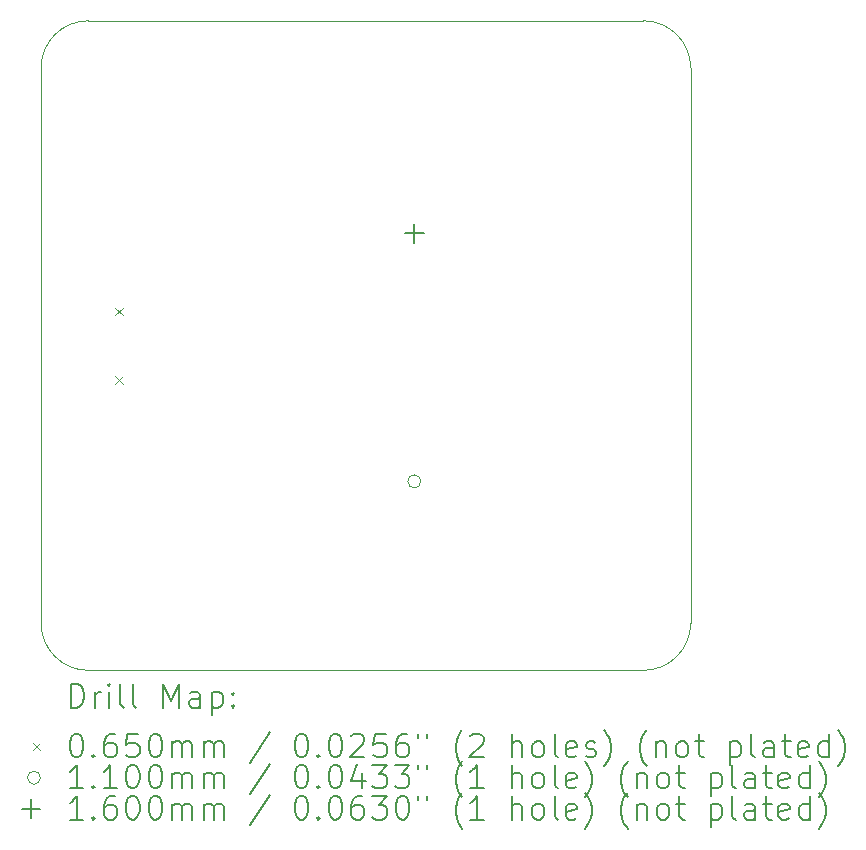
<source format=gbr>
%FSLAX45Y45*%
G04 Gerber Fmt 4.5, Leading zero omitted, Abs format (unit mm)*
G04 Created by KiCad (PCBNEW (6.0.5)) date 2024-08-03 11:58:11*
%MOMM*%
%LPD*%
G01*
G04 APERTURE LIST*
%TA.AperFunction,Profile*%
%ADD10C,0.100000*%
%TD*%
%ADD11C,0.200000*%
%ADD12C,0.065000*%
%ADD13C,0.110000*%
%ADD14C,0.160000*%
G04 APERTURE END LIST*
D10*
X17200000Y-11800000D02*
G75*
G03*
X17600000Y-11400000I0J400000D01*
G01*
X12500000Y-6300000D02*
G75*
G03*
X12100000Y-6700000I0J-400000D01*
G01*
X17600000Y-6700000D02*
G75*
G03*
X17200000Y-6300000I-400000J0D01*
G01*
X12500000Y-6300000D02*
X17200000Y-6300000D01*
X17600000Y-6700000D02*
X17600000Y-11400000D01*
X12100000Y-11400000D02*
G75*
G03*
X12500000Y-11800000I400000J0D01*
G01*
X12100000Y-6700000D02*
X12100000Y-11400000D01*
X12500000Y-11800000D02*
X17200000Y-11800000D01*
D11*
D12*
X12727500Y-8728500D02*
X12792500Y-8793500D01*
X12792500Y-8728500D02*
X12727500Y-8793500D01*
X12727500Y-9306500D02*
X12792500Y-9371500D01*
X12792500Y-9306500D02*
X12727500Y-9371500D01*
D13*
X15315000Y-10200000D02*
G75*
G03*
X15315000Y-10200000I-55000J0D01*
G01*
D14*
X15260000Y-8020000D02*
X15260000Y-8180000D01*
X15180000Y-8100000D02*
X15340000Y-8100000D01*
D11*
X12352619Y-12115476D02*
X12352619Y-11915476D01*
X12400238Y-11915476D01*
X12428809Y-11925000D01*
X12447857Y-11944048D01*
X12457381Y-11963095D01*
X12466905Y-12001190D01*
X12466905Y-12029762D01*
X12457381Y-12067857D01*
X12447857Y-12086905D01*
X12428809Y-12105952D01*
X12400238Y-12115476D01*
X12352619Y-12115476D01*
X12552619Y-12115476D02*
X12552619Y-11982143D01*
X12552619Y-12020238D02*
X12562143Y-12001190D01*
X12571667Y-11991667D01*
X12590714Y-11982143D01*
X12609762Y-11982143D01*
X12676428Y-12115476D02*
X12676428Y-11982143D01*
X12676428Y-11915476D02*
X12666905Y-11925000D01*
X12676428Y-11934524D01*
X12685952Y-11925000D01*
X12676428Y-11915476D01*
X12676428Y-11934524D01*
X12800238Y-12115476D02*
X12781190Y-12105952D01*
X12771667Y-12086905D01*
X12771667Y-11915476D01*
X12905000Y-12115476D02*
X12885952Y-12105952D01*
X12876428Y-12086905D01*
X12876428Y-11915476D01*
X13133571Y-12115476D02*
X13133571Y-11915476D01*
X13200238Y-12058333D01*
X13266905Y-11915476D01*
X13266905Y-12115476D01*
X13447857Y-12115476D02*
X13447857Y-12010714D01*
X13438333Y-11991667D01*
X13419286Y-11982143D01*
X13381190Y-11982143D01*
X13362143Y-11991667D01*
X13447857Y-12105952D02*
X13428809Y-12115476D01*
X13381190Y-12115476D01*
X13362143Y-12105952D01*
X13352619Y-12086905D01*
X13352619Y-12067857D01*
X13362143Y-12048809D01*
X13381190Y-12039286D01*
X13428809Y-12039286D01*
X13447857Y-12029762D01*
X13543095Y-11982143D02*
X13543095Y-12182143D01*
X13543095Y-11991667D02*
X13562143Y-11982143D01*
X13600238Y-11982143D01*
X13619286Y-11991667D01*
X13628809Y-12001190D01*
X13638333Y-12020238D01*
X13638333Y-12077381D01*
X13628809Y-12096428D01*
X13619286Y-12105952D01*
X13600238Y-12115476D01*
X13562143Y-12115476D01*
X13543095Y-12105952D01*
X13724048Y-12096428D02*
X13733571Y-12105952D01*
X13724048Y-12115476D01*
X13714524Y-12105952D01*
X13724048Y-12096428D01*
X13724048Y-12115476D01*
X13724048Y-11991667D02*
X13733571Y-12001190D01*
X13724048Y-12010714D01*
X13714524Y-12001190D01*
X13724048Y-11991667D01*
X13724048Y-12010714D01*
D12*
X12030000Y-12412500D02*
X12095000Y-12477500D01*
X12095000Y-12412500D02*
X12030000Y-12477500D01*
D11*
X12390714Y-12335476D02*
X12409762Y-12335476D01*
X12428809Y-12345000D01*
X12438333Y-12354524D01*
X12447857Y-12373571D01*
X12457381Y-12411667D01*
X12457381Y-12459286D01*
X12447857Y-12497381D01*
X12438333Y-12516428D01*
X12428809Y-12525952D01*
X12409762Y-12535476D01*
X12390714Y-12535476D01*
X12371667Y-12525952D01*
X12362143Y-12516428D01*
X12352619Y-12497381D01*
X12343095Y-12459286D01*
X12343095Y-12411667D01*
X12352619Y-12373571D01*
X12362143Y-12354524D01*
X12371667Y-12345000D01*
X12390714Y-12335476D01*
X12543095Y-12516428D02*
X12552619Y-12525952D01*
X12543095Y-12535476D01*
X12533571Y-12525952D01*
X12543095Y-12516428D01*
X12543095Y-12535476D01*
X12724048Y-12335476D02*
X12685952Y-12335476D01*
X12666905Y-12345000D01*
X12657381Y-12354524D01*
X12638333Y-12383095D01*
X12628809Y-12421190D01*
X12628809Y-12497381D01*
X12638333Y-12516428D01*
X12647857Y-12525952D01*
X12666905Y-12535476D01*
X12705000Y-12535476D01*
X12724048Y-12525952D01*
X12733571Y-12516428D01*
X12743095Y-12497381D01*
X12743095Y-12449762D01*
X12733571Y-12430714D01*
X12724048Y-12421190D01*
X12705000Y-12411667D01*
X12666905Y-12411667D01*
X12647857Y-12421190D01*
X12638333Y-12430714D01*
X12628809Y-12449762D01*
X12924048Y-12335476D02*
X12828809Y-12335476D01*
X12819286Y-12430714D01*
X12828809Y-12421190D01*
X12847857Y-12411667D01*
X12895476Y-12411667D01*
X12914524Y-12421190D01*
X12924048Y-12430714D01*
X12933571Y-12449762D01*
X12933571Y-12497381D01*
X12924048Y-12516428D01*
X12914524Y-12525952D01*
X12895476Y-12535476D01*
X12847857Y-12535476D01*
X12828809Y-12525952D01*
X12819286Y-12516428D01*
X13057381Y-12335476D02*
X13076428Y-12335476D01*
X13095476Y-12345000D01*
X13105000Y-12354524D01*
X13114524Y-12373571D01*
X13124048Y-12411667D01*
X13124048Y-12459286D01*
X13114524Y-12497381D01*
X13105000Y-12516428D01*
X13095476Y-12525952D01*
X13076428Y-12535476D01*
X13057381Y-12535476D01*
X13038333Y-12525952D01*
X13028809Y-12516428D01*
X13019286Y-12497381D01*
X13009762Y-12459286D01*
X13009762Y-12411667D01*
X13019286Y-12373571D01*
X13028809Y-12354524D01*
X13038333Y-12345000D01*
X13057381Y-12335476D01*
X13209762Y-12535476D02*
X13209762Y-12402143D01*
X13209762Y-12421190D02*
X13219286Y-12411667D01*
X13238333Y-12402143D01*
X13266905Y-12402143D01*
X13285952Y-12411667D01*
X13295476Y-12430714D01*
X13295476Y-12535476D01*
X13295476Y-12430714D02*
X13305000Y-12411667D01*
X13324048Y-12402143D01*
X13352619Y-12402143D01*
X13371667Y-12411667D01*
X13381190Y-12430714D01*
X13381190Y-12535476D01*
X13476428Y-12535476D02*
X13476428Y-12402143D01*
X13476428Y-12421190D02*
X13485952Y-12411667D01*
X13505000Y-12402143D01*
X13533571Y-12402143D01*
X13552619Y-12411667D01*
X13562143Y-12430714D01*
X13562143Y-12535476D01*
X13562143Y-12430714D02*
X13571667Y-12411667D01*
X13590714Y-12402143D01*
X13619286Y-12402143D01*
X13638333Y-12411667D01*
X13647857Y-12430714D01*
X13647857Y-12535476D01*
X14038333Y-12325952D02*
X13866905Y-12583095D01*
X14295476Y-12335476D02*
X14314524Y-12335476D01*
X14333571Y-12345000D01*
X14343095Y-12354524D01*
X14352619Y-12373571D01*
X14362143Y-12411667D01*
X14362143Y-12459286D01*
X14352619Y-12497381D01*
X14343095Y-12516428D01*
X14333571Y-12525952D01*
X14314524Y-12535476D01*
X14295476Y-12535476D01*
X14276428Y-12525952D01*
X14266905Y-12516428D01*
X14257381Y-12497381D01*
X14247857Y-12459286D01*
X14247857Y-12411667D01*
X14257381Y-12373571D01*
X14266905Y-12354524D01*
X14276428Y-12345000D01*
X14295476Y-12335476D01*
X14447857Y-12516428D02*
X14457381Y-12525952D01*
X14447857Y-12535476D01*
X14438333Y-12525952D01*
X14447857Y-12516428D01*
X14447857Y-12535476D01*
X14581190Y-12335476D02*
X14600238Y-12335476D01*
X14619286Y-12345000D01*
X14628809Y-12354524D01*
X14638333Y-12373571D01*
X14647857Y-12411667D01*
X14647857Y-12459286D01*
X14638333Y-12497381D01*
X14628809Y-12516428D01*
X14619286Y-12525952D01*
X14600238Y-12535476D01*
X14581190Y-12535476D01*
X14562143Y-12525952D01*
X14552619Y-12516428D01*
X14543095Y-12497381D01*
X14533571Y-12459286D01*
X14533571Y-12411667D01*
X14543095Y-12373571D01*
X14552619Y-12354524D01*
X14562143Y-12345000D01*
X14581190Y-12335476D01*
X14724048Y-12354524D02*
X14733571Y-12345000D01*
X14752619Y-12335476D01*
X14800238Y-12335476D01*
X14819286Y-12345000D01*
X14828809Y-12354524D01*
X14838333Y-12373571D01*
X14838333Y-12392619D01*
X14828809Y-12421190D01*
X14714524Y-12535476D01*
X14838333Y-12535476D01*
X15019286Y-12335476D02*
X14924048Y-12335476D01*
X14914524Y-12430714D01*
X14924048Y-12421190D01*
X14943095Y-12411667D01*
X14990714Y-12411667D01*
X15009762Y-12421190D01*
X15019286Y-12430714D01*
X15028809Y-12449762D01*
X15028809Y-12497381D01*
X15019286Y-12516428D01*
X15009762Y-12525952D01*
X14990714Y-12535476D01*
X14943095Y-12535476D01*
X14924048Y-12525952D01*
X14914524Y-12516428D01*
X15200238Y-12335476D02*
X15162143Y-12335476D01*
X15143095Y-12345000D01*
X15133571Y-12354524D01*
X15114524Y-12383095D01*
X15105000Y-12421190D01*
X15105000Y-12497381D01*
X15114524Y-12516428D01*
X15124048Y-12525952D01*
X15143095Y-12535476D01*
X15181190Y-12535476D01*
X15200238Y-12525952D01*
X15209762Y-12516428D01*
X15219286Y-12497381D01*
X15219286Y-12449762D01*
X15209762Y-12430714D01*
X15200238Y-12421190D01*
X15181190Y-12411667D01*
X15143095Y-12411667D01*
X15124048Y-12421190D01*
X15114524Y-12430714D01*
X15105000Y-12449762D01*
X15295476Y-12335476D02*
X15295476Y-12373571D01*
X15371667Y-12335476D02*
X15371667Y-12373571D01*
X15666905Y-12611667D02*
X15657381Y-12602143D01*
X15638333Y-12573571D01*
X15628809Y-12554524D01*
X15619286Y-12525952D01*
X15609762Y-12478333D01*
X15609762Y-12440238D01*
X15619286Y-12392619D01*
X15628809Y-12364048D01*
X15638333Y-12345000D01*
X15657381Y-12316428D01*
X15666905Y-12306905D01*
X15733571Y-12354524D02*
X15743095Y-12345000D01*
X15762143Y-12335476D01*
X15809762Y-12335476D01*
X15828809Y-12345000D01*
X15838333Y-12354524D01*
X15847857Y-12373571D01*
X15847857Y-12392619D01*
X15838333Y-12421190D01*
X15724048Y-12535476D01*
X15847857Y-12535476D01*
X16085952Y-12535476D02*
X16085952Y-12335476D01*
X16171667Y-12535476D02*
X16171667Y-12430714D01*
X16162143Y-12411667D01*
X16143095Y-12402143D01*
X16114524Y-12402143D01*
X16095476Y-12411667D01*
X16085952Y-12421190D01*
X16295476Y-12535476D02*
X16276428Y-12525952D01*
X16266905Y-12516428D01*
X16257381Y-12497381D01*
X16257381Y-12440238D01*
X16266905Y-12421190D01*
X16276428Y-12411667D01*
X16295476Y-12402143D01*
X16324048Y-12402143D01*
X16343095Y-12411667D01*
X16352619Y-12421190D01*
X16362143Y-12440238D01*
X16362143Y-12497381D01*
X16352619Y-12516428D01*
X16343095Y-12525952D01*
X16324048Y-12535476D01*
X16295476Y-12535476D01*
X16476428Y-12535476D02*
X16457381Y-12525952D01*
X16447857Y-12506905D01*
X16447857Y-12335476D01*
X16628809Y-12525952D02*
X16609762Y-12535476D01*
X16571667Y-12535476D01*
X16552619Y-12525952D01*
X16543095Y-12506905D01*
X16543095Y-12430714D01*
X16552619Y-12411667D01*
X16571667Y-12402143D01*
X16609762Y-12402143D01*
X16628809Y-12411667D01*
X16638333Y-12430714D01*
X16638333Y-12449762D01*
X16543095Y-12468809D01*
X16714524Y-12525952D02*
X16733571Y-12535476D01*
X16771667Y-12535476D01*
X16790714Y-12525952D01*
X16800238Y-12506905D01*
X16800238Y-12497381D01*
X16790714Y-12478333D01*
X16771667Y-12468809D01*
X16743095Y-12468809D01*
X16724048Y-12459286D01*
X16714524Y-12440238D01*
X16714524Y-12430714D01*
X16724048Y-12411667D01*
X16743095Y-12402143D01*
X16771667Y-12402143D01*
X16790714Y-12411667D01*
X16866905Y-12611667D02*
X16876429Y-12602143D01*
X16895476Y-12573571D01*
X16905000Y-12554524D01*
X16914524Y-12525952D01*
X16924048Y-12478333D01*
X16924048Y-12440238D01*
X16914524Y-12392619D01*
X16905000Y-12364048D01*
X16895476Y-12345000D01*
X16876429Y-12316428D01*
X16866905Y-12306905D01*
X17228810Y-12611667D02*
X17219286Y-12602143D01*
X17200238Y-12573571D01*
X17190714Y-12554524D01*
X17181190Y-12525952D01*
X17171667Y-12478333D01*
X17171667Y-12440238D01*
X17181190Y-12392619D01*
X17190714Y-12364048D01*
X17200238Y-12345000D01*
X17219286Y-12316428D01*
X17228810Y-12306905D01*
X17305000Y-12402143D02*
X17305000Y-12535476D01*
X17305000Y-12421190D02*
X17314524Y-12411667D01*
X17333571Y-12402143D01*
X17362143Y-12402143D01*
X17381190Y-12411667D01*
X17390714Y-12430714D01*
X17390714Y-12535476D01*
X17514524Y-12535476D02*
X17495476Y-12525952D01*
X17485952Y-12516428D01*
X17476429Y-12497381D01*
X17476429Y-12440238D01*
X17485952Y-12421190D01*
X17495476Y-12411667D01*
X17514524Y-12402143D01*
X17543095Y-12402143D01*
X17562143Y-12411667D01*
X17571667Y-12421190D01*
X17581190Y-12440238D01*
X17581190Y-12497381D01*
X17571667Y-12516428D01*
X17562143Y-12525952D01*
X17543095Y-12535476D01*
X17514524Y-12535476D01*
X17638333Y-12402143D02*
X17714524Y-12402143D01*
X17666905Y-12335476D02*
X17666905Y-12506905D01*
X17676429Y-12525952D01*
X17695476Y-12535476D01*
X17714524Y-12535476D01*
X17933571Y-12402143D02*
X17933571Y-12602143D01*
X17933571Y-12411667D02*
X17952619Y-12402143D01*
X17990714Y-12402143D01*
X18009762Y-12411667D01*
X18019286Y-12421190D01*
X18028810Y-12440238D01*
X18028810Y-12497381D01*
X18019286Y-12516428D01*
X18009762Y-12525952D01*
X17990714Y-12535476D01*
X17952619Y-12535476D01*
X17933571Y-12525952D01*
X18143095Y-12535476D02*
X18124048Y-12525952D01*
X18114524Y-12506905D01*
X18114524Y-12335476D01*
X18305000Y-12535476D02*
X18305000Y-12430714D01*
X18295476Y-12411667D01*
X18276429Y-12402143D01*
X18238333Y-12402143D01*
X18219286Y-12411667D01*
X18305000Y-12525952D02*
X18285952Y-12535476D01*
X18238333Y-12535476D01*
X18219286Y-12525952D01*
X18209762Y-12506905D01*
X18209762Y-12487857D01*
X18219286Y-12468809D01*
X18238333Y-12459286D01*
X18285952Y-12459286D01*
X18305000Y-12449762D01*
X18371667Y-12402143D02*
X18447857Y-12402143D01*
X18400238Y-12335476D02*
X18400238Y-12506905D01*
X18409762Y-12525952D01*
X18428810Y-12535476D01*
X18447857Y-12535476D01*
X18590714Y-12525952D02*
X18571667Y-12535476D01*
X18533571Y-12535476D01*
X18514524Y-12525952D01*
X18505000Y-12506905D01*
X18505000Y-12430714D01*
X18514524Y-12411667D01*
X18533571Y-12402143D01*
X18571667Y-12402143D01*
X18590714Y-12411667D01*
X18600238Y-12430714D01*
X18600238Y-12449762D01*
X18505000Y-12468809D01*
X18771667Y-12535476D02*
X18771667Y-12335476D01*
X18771667Y-12525952D02*
X18752619Y-12535476D01*
X18714524Y-12535476D01*
X18695476Y-12525952D01*
X18685952Y-12516428D01*
X18676429Y-12497381D01*
X18676429Y-12440238D01*
X18685952Y-12421190D01*
X18695476Y-12411667D01*
X18714524Y-12402143D01*
X18752619Y-12402143D01*
X18771667Y-12411667D01*
X18847857Y-12611667D02*
X18857381Y-12602143D01*
X18876429Y-12573571D01*
X18885952Y-12554524D01*
X18895476Y-12525952D01*
X18905000Y-12478333D01*
X18905000Y-12440238D01*
X18895476Y-12392619D01*
X18885952Y-12364048D01*
X18876429Y-12345000D01*
X18857381Y-12316428D01*
X18847857Y-12306905D01*
D13*
X12095000Y-12709000D02*
G75*
G03*
X12095000Y-12709000I-55000J0D01*
G01*
D11*
X12457381Y-12799476D02*
X12343095Y-12799476D01*
X12400238Y-12799476D02*
X12400238Y-12599476D01*
X12381190Y-12628048D01*
X12362143Y-12647095D01*
X12343095Y-12656619D01*
X12543095Y-12780428D02*
X12552619Y-12789952D01*
X12543095Y-12799476D01*
X12533571Y-12789952D01*
X12543095Y-12780428D01*
X12543095Y-12799476D01*
X12743095Y-12799476D02*
X12628809Y-12799476D01*
X12685952Y-12799476D02*
X12685952Y-12599476D01*
X12666905Y-12628048D01*
X12647857Y-12647095D01*
X12628809Y-12656619D01*
X12866905Y-12599476D02*
X12885952Y-12599476D01*
X12905000Y-12609000D01*
X12914524Y-12618524D01*
X12924048Y-12637571D01*
X12933571Y-12675667D01*
X12933571Y-12723286D01*
X12924048Y-12761381D01*
X12914524Y-12780428D01*
X12905000Y-12789952D01*
X12885952Y-12799476D01*
X12866905Y-12799476D01*
X12847857Y-12789952D01*
X12838333Y-12780428D01*
X12828809Y-12761381D01*
X12819286Y-12723286D01*
X12819286Y-12675667D01*
X12828809Y-12637571D01*
X12838333Y-12618524D01*
X12847857Y-12609000D01*
X12866905Y-12599476D01*
X13057381Y-12599476D02*
X13076428Y-12599476D01*
X13095476Y-12609000D01*
X13105000Y-12618524D01*
X13114524Y-12637571D01*
X13124048Y-12675667D01*
X13124048Y-12723286D01*
X13114524Y-12761381D01*
X13105000Y-12780428D01*
X13095476Y-12789952D01*
X13076428Y-12799476D01*
X13057381Y-12799476D01*
X13038333Y-12789952D01*
X13028809Y-12780428D01*
X13019286Y-12761381D01*
X13009762Y-12723286D01*
X13009762Y-12675667D01*
X13019286Y-12637571D01*
X13028809Y-12618524D01*
X13038333Y-12609000D01*
X13057381Y-12599476D01*
X13209762Y-12799476D02*
X13209762Y-12666143D01*
X13209762Y-12685190D02*
X13219286Y-12675667D01*
X13238333Y-12666143D01*
X13266905Y-12666143D01*
X13285952Y-12675667D01*
X13295476Y-12694714D01*
X13295476Y-12799476D01*
X13295476Y-12694714D02*
X13305000Y-12675667D01*
X13324048Y-12666143D01*
X13352619Y-12666143D01*
X13371667Y-12675667D01*
X13381190Y-12694714D01*
X13381190Y-12799476D01*
X13476428Y-12799476D02*
X13476428Y-12666143D01*
X13476428Y-12685190D02*
X13485952Y-12675667D01*
X13505000Y-12666143D01*
X13533571Y-12666143D01*
X13552619Y-12675667D01*
X13562143Y-12694714D01*
X13562143Y-12799476D01*
X13562143Y-12694714D02*
X13571667Y-12675667D01*
X13590714Y-12666143D01*
X13619286Y-12666143D01*
X13638333Y-12675667D01*
X13647857Y-12694714D01*
X13647857Y-12799476D01*
X14038333Y-12589952D02*
X13866905Y-12847095D01*
X14295476Y-12599476D02*
X14314524Y-12599476D01*
X14333571Y-12609000D01*
X14343095Y-12618524D01*
X14352619Y-12637571D01*
X14362143Y-12675667D01*
X14362143Y-12723286D01*
X14352619Y-12761381D01*
X14343095Y-12780428D01*
X14333571Y-12789952D01*
X14314524Y-12799476D01*
X14295476Y-12799476D01*
X14276428Y-12789952D01*
X14266905Y-12780428D01*
X14257381Y-12761381D01*
X14247857Y-12723286D01*
X14247857Y-12675667D01*
X14257381Y-12637571D01*
X14266905Y-12618524D01*
X14276428Y-12609000D01*
X14295476Y-12599476D01*
X14447857Y-12780428D02*
X14457381Y-12789952D01*
X14447857Y-12799476D01*
X14438333Y-12789952D01*
X14447857Y-12780428D01*
X14447857Y-12799476D01*
X14581190Y-12599476D02*
X14600238Y-12599476D01*
X14619286Y-12609000D01*
X14628809Y-12618524D01*
X14638333Y-12637571D01*
X14647857Y-12675667D01*
X14647857Y-12723286D01*
X14638333Y-12761381D01*
X14628809Y-12780428D01*
X14619286Y-12789952D01*
X14600238Y-12799476D01*
X14581190Y-12799476D01*
X14562143Y-12789952D01*
X14552619Y-12780428D01*
X14543095Y-12761381D01*
X14533571Y-12723286D01*
X14533571Y-12675667D01*
X14543095Y-12637571D01*
X14552619Y-12618524D01*
X14562143Y-12609000D01*
X14581190Y-12599476D01*
X14819286Y-12666143D02*
X14819286Y-12799476D01*
X14771667Y-12589952D02*
X14724048Y-12732809D01*
X14847857Y-12732809D01*
X14905000Y-12599476D02*
X15028809Y-12599476D01*
X14962143Y-12675667D01*
X14990714Y-12675667D01*
X15009762Y-12685190D01*
X15019286Y-12694714D01*
X15028809Y-12713762D01*
X15028809Y-12761381D01*
X15019286Y-12780428D01*
X15009762Y-12789952D01*
X14990714Y-12799476D01*
X14933571Y-12799476D01*
X14914524Y-12789952D01*
X14905000Y-12780428D01*
X15095476Y-12599476D02*
X15219286Y-12599476D01*
X15152619Y-12675667D01*
X15181190Y-12675667D01*
X15200238Y-12685190D01*
X15209762Y-12694714D01*
X15219286Y-12713762D01*
X15219286Y-12761381D01*
X15209762Y-12780428D01*
X15200238Y-12789952D01*
X15181190Y-12799476D01*
X15124048Y-12799476D01*
X15105000Y-12789952D01*
X15095476Y-12780428D01*
X15295476Y-12599476D02*
X15295476Y-12637571D01*
X15371667Y-12599476D02*
X15371667Y-12637571D01*
X15666905Y-12875667D02*
X15657381Y-12866143D01*
X15638333Y-12837571D01*
X15628809Y-12818524D01*
X15619286Y-12789952D01*
X15609762Y-12742333D01*
X15609762Y-12704238D01*
X15619286Y-12656619D01*
X15628809Y-12628048D01*
X15638333Y-12609000D01*
X15657381Y-12580428D01*
X15666905Y-12570905D01*
X15847857Y-12799476D02*
X15733571Y-12799476D01*
X15790714Y-12799476D02*
X15790714Y-12599476D01*
X15771667Y-12628048D01*
X15752619Y-12647095D01*
X15733571Y-12656619D01*
X16085952Y-12799476D02*
X16085952Y-12599476D01*
X16171667Y-12799476D02*
X16171667Y-12694714D01*
X16162143Y-12675667D01*
X16143095Y-12666143D01*
X16114524Y-12666143D01*
X16095476Y-12675667D01*
X16085952Y-12685190D01*
X16295476Y-12799476D02*
X16276428Y-12789952D01*
X16266905Y-12780428D01*
X16257381Y-12761381D01*
X16257381Y-12704238D01*
X16266905Y-12685190D01*
X16276428Y-12675667D01*
X16295476Y-12666143D01*
X16324048Y-12666143D01*
X16343095Y-12675667D01*
X16352619Y-12685190D01*
X16362143Y-12704238D01*
X16362143Y-12761381D01*
X16352619Y-12780428D01*
X16343095Y-12789952D01*
X16324048Y-12799476D01*
X16295476Y-12799476D01*
X16476428Y-12799476D02*
X16457381Y-12789952D01*
X16447857Y-12770905D01*
X16447857Y-12599476D01*
X16628809Y-12789952D02*
X16609762Y-12799476D01*
X16571667Y-12799476D01*
X16552619Y-12789952D01*
X16543095Y-12770905D01*
X16543095Y-12694714D01*
X16552619Y-12675667D01*
X16571667Y-12666143D01*
X16609762Y-12666143D01*
X16628809Y-12675667D01*
X16638333Y-12694714D01*
X16638333Y-12713762D01*
X16543095Y-12732809D01*
X16705000Y-12875667D02*
X16714524Y-12866143D01*
X16733571Y-12837571D01*
X16743095Y-12818524D01*
X16752619Y-12789952D01*
X16762143Y-12742333D01*
X16762143Y-12704238D01*
X16752619Y-12656619D01*
X16743095Y-12628048D01*
X16733571Y-12609000D01*
X16714524Y-12580428D01*
X16705000Y-12570905D01*
X17066905Y-12875667D02*
X17057381Y-12866143D01*
X17038333Y-12837571D01*
X17028810Y-12818524D01*
X17019286Y-12789952D01*
X17009762Y-12742333D01*
X17009762Y-12704238D01*
X17019286Y-12656619D01*
X17028810Y-12628048D01*
X17038333Y-12609000D01*
X17057381Y-12580428D01*
X17066905Y-12570905D01*
X17143095Y-12666143D02*
X17143095Y-12799476D01*
X17143095Y-12685190D02*
X17152619Y-12675667D01*
X17171667Y-12666143D01*
X17200238Y-12666143D01*
X17219286Y-12675667D01*
X17228810Y-12694714D01*
X17228810Y-12799476D01*
X17352619Y-12799476D02*
X17333571Y-12789952D01*
X17324048Y-12780428D01*
X17314524Y-12761381D01*
X17314524Y-12704238D01*
X17324048Y-12685190D01*
X17333571Y-12675667D01*
X17352619Y-12666143D01*
X17381190Y-12666143D01*
X17400238Y-12675667D01*
X17409762Y-12685190D01*
X17419286Y-12704238D01*
X17419286Y-12761381D01*
X17409762Y-12780428D01*
X17400238Y-12789952D01*
X17381190Y-12799476D01*
X17352619Y-12799476D01*
X17476429Y-12666143D02*
X17552619Y-12666143D01*
X17505000Y-12599476D02*
X17505000Y-12770905D01*
X17514524Y-12789952D01*
X17533571Y-12799476D01*
X17552619Y-12799476D01*
X17771667Y-12666143D02*
X17771667Y-12866143D01*
X17771667Y-12675667D02*
X17790714Y-12666143D01*
X17828810Y-12666143D01*
X17847857Y-12675667D01*
X17857381Y-12685190D01*
X17866905Y-12704238D01*
X17866905Y-12761381D01*
X17857381Y-12780428D01*
X17847857Y-12789952D01*
X17828810Y-12799476D01*
X17790714Y-12799476D01*
X17771667Y-12789952D01*
X17981190Y-12799476D02*
X17962143Y-12789952D01*
X17952619Y-12770905D01*
X17952619Y-12599476D01*
X18143095Y-12799476D02*
X18143095Y-12694714D01*
X18133571Y-12675667D01*
X18114524Y-12666143D01*
X18076429Y-12666143D01*
X18057381Y-12675667D01*
X18143095Y-12789952D02*
X18124048Y-12799476D01*
X18076429Y-12799476D01*
X18057381Y-12789952D01*
X18047857Y-12770905D01*
X18047857Y-12751857D01*
X18057381Y-12732809D01*
X18076429Y-12723286D01*
X18124048Y-12723286D01*
X18143095Y-12713762D01*
X18209762Y-12666143D02*
X18285952Y-12666143D01*
X18238333Y-12599476D02*
X18238333Y-12770905D01*
X18247857Y-12789952D01*
X18266905Y-12799476D01*
X18285952Y-12799476D01*
X18428810Y-12789952D02*
X18409762Y-12799476D01*
X18371667Y-12799476D01*
X18352619Y-12789952D01*
X18343095Y-12770905D01*
X18343095Y-12694714D01*
X18352619Y-12675667D01*
X18371667Y-12666143D01*
X18409762Y-12666143D01*
X18428810Y-12675667D01*
X18438333Y-12694714D01*
X18438333Y-12713762D01*
X18343095Y-12732809D01*
X18609762Y-12799476D02*
X18609762Y-12599476D01*
X18609762Y-12789952D02*
X18590714Y-12799476D01*
X18552619Y-12799476D01*
X18533571Y-12789952D01*
X18524048Y-12780428D01*
X18514524Y-12761381D01*
X18514524Y-12704238D01*
X18524048Y-12685190D01*
X18533571Y-12675667D01*
X18552619Y-12666143D01*
X18590714Y-12666143D01*
X18609762Y-12675667D01*
X18685952Y-12875667D02*
X18695476Y-12866143D01*
X18714524Y-12837571D01*
X18724048Y-12818524D01*
X18733571Y-12789952D01*
X18743095Y-12742333D01*
X18743095Y-12704238D01*
X18733571Y-12656619D01*
X18724048Y-12628048D01*
X18714524Y-12609000D01*
X18695476Y-12580428D01*
X18685952Y-12570905D01*
D14*
X12015000Y-12893000D02*
X12015000Y-13053000D01*
X11935000Y-12973000D02*
X12095000Y-12973000D01*
D11*
X12457381Y-13063476D02*
X12343095Y-13063476D01*
X12400238Y-13063476D02*
X12400238Y-12863476D01*
X12381190Y-12892048D01*
X12362143Y-12911095D01*
X12343095Y-12920619D01*
X12543095Y-13044428D02*
X12552619Y-13053952D01*
X12543095Y-13063476D01*
X12533571Y-13053952D01*
X12543095Y-13044428D01*
X12543095Y-13063476D01*
X12724048Y-12863476D02*
X12685952Y-12863476D01*
X12666905Y-12873000D01*
X12657381Y-12882524D01*
X12638333Y-12911095D01*
X12628809Y-12949190D01*
X12628809Y-13025381D01*
X12638333Y-13044428D01*
X12647857Y-13053952D01*
X12666905Y-13063476D01*
X12705000Y-13063476D01*
X12724048Y-13053952D01*
X12733571Y-13044428D01*
X12743095Y-13025381D01*
X12743095Y-12977762D01*
X12733571Y-12958714D01*
X12724048Y-12949190D01*
X12705000Y-12939667D01*
X12666905Y-12939667D01*
X12647857Y-12949190D01*
X12638333Y-12958714D01*
X12628809Y-12977762D01*
X12866905Y-12863476D02*
X12885952Y-12863476D01*
X12905000Y-12873000D01*
X12914524Y-12882524D01*
X12924048Y-12901571D01*
X12933571Y-12939667D01*
X12933571Y-12987286D01*
X12924048Y-13025381D01*
X12914524Y-13044428D01*
X12905000Y-13053952D01*
X12885952Y-13063476D01*
X12866905Y-13063476D01*
X12847857Y-13053952D01*
X12838333Y-13044428D01*
X12828809Y-13025381D01*
X12819286Y-12987286D01*
X12819286Y-12939667D01*
X12828809Y-12901571D01*
X12838333Y-12882524D01*
X12847857Y-12873000D01*
X12866905Y-12863476D01*
X13057381Y-12863476D02*
X13076428Y-12863476D01*
X13095476Y-12873000D01*
X13105000Y-12882524D01*
X13114524Y-12901571D01*
X13124048Y-12939667D01*
X13124048Y-12987286D01*
X13114524Y-13025381D01*
X13105000Y-13044428D01*
X13095476Y-13053952D01*
X13076428Y-13063476D01*
X13057381Y-13063476D01*
X13038333Y-13053952D01*
X13028809Y-13044428D01*
X13019286Y-13025381D01*
X13009762Y-12987286D01*
X13009762Y-12939667D01*
X13019286Y-12901571D01*
X13028809Y-12882524D01*
X13038333Y-12873000D01*
X13057381Y-12863476D01*
X13209762Y-13063476D02*
X13209762Y-12930143D01*
X13209762Y-12949190D02*
X13219286Y-12939667D01*
X13238333Y-12930143D01*
X13266905Y-12930143D01*
X13285952Y-12939667D01*
X13295476Y-12958714D01*
X13295476Y-13063476D01*
X13295476Y-12958714D02*
X13305000Y-12939667D01*
X13324048Y-12930143D01*
X13352619Y-12930143D01*
X13371667Y-12939667D01*
X13381190Y-12958714D01*
X13381190Y-13063476D01*
X13476428Y-13063476D02*
X13476428Y-12930143D01*
X13476428Y-12949190D02*
X13485952Y-12939667D01*
X13505000Y-12930143D01*
X13533571Y-12930143D01*
X13552619Y-12939667D01*
X13562143Y-12958714D01*
X13562143Y-13063476D01*
X13562143Y-12958714D02*
X13571667Y-12939667D01*
X13590714Y-12930143D01*
X13619286Y-12930143D01*
X13638333Y-12939667D01*
X13647857Y-12958714D01*
X13647857Y-13063476D01*
X14038333Y-12853952D02*
X13866905Y-13111095D01*
X14295476Y-12863476D02*
X14314524Y-12863476D01*
X14333571Y-12873000D01*
X14343095Y-12882524D01*
X14352619Y-12901571D01*
X14362143Y-12939667D01*
X14362143Y-12987286D01*
X14352619Y-13025381D01*
X14343095Y-13044428D01*
X14333571Y-13053952D01*
X14314524Y-13063476D01*
X14295476Y-13063476D01*
X14276428Y-13053952D01*
X14266905Y-13044428D01*
X14257381Y-13025381D01*
X14247857Y-12987286D01*
X14247857Y-12939667D01*
X14257381Y-12901571D01*
X14266905Y-12882524D01*
X14276428Y-12873000D01*
X14295476Y-12863476D01*
X14447857Y-13044428D02*
X14457381Y-13053952D01*
X14447857Y-13063476D01*
X14438333Y-13053952D01*
X14447857Y-13044428D01*
X14447857Y-13063476D01*
X14581190Y-12863476D02*
X14600238Y-12863476D01*
X14619286Y-12873000D01*
X14628809Y-12882524D01*
X14638333Y-12901571D01*
X14647857Y-12939667D01*
X14647857Y-12987286D01*
X14638333Y-13025381D01*
X14628809Y-13044428D01*
X14619286Y-13053952D01*
X14600238Y-13063476D01*
X14581190Y-13063476D01*
X14562143Y-13053952D01*
X14552619Y-13044428D01*
X14543095Y-13025381D01*
X14533571Y-12987286D01*
X14533571Y-12939667D01*
X14543095Y-12901571D01*
X14552619Y-12882524D01*
X14562143Y-12873000D01*
X14581190Y-12863476D01*
X14819286Y-12863476D02*
X14781190Y-12863476D01*
X14762143Y-12873000D01*
X14752619Y-12882524D01*
X14733571Y-12911095D01*
X14724048Y-12949190D01*
X14724048Y-13025381D01*
X14733571Y-13044428D01*
X14743095Y-13053952D01*
X14762143Y-13063476D01*
X14800238Y-13063476D01*
X14819286Y-13053952D01*
X14828809Y-13044428D01*
X14838333Y-13025381D01*
X14838333Y-12977762D01*
X14828809Y-12958714D01*
X14819286Y-12949190D01*
X14800238Y-12939667D01*
X14762143Y-12939667D01*
X14743095Y-12949190D01*
X14733571Y-12958714D01*
X14724048Y-12977762D01*
X14905000Y-12863476D02*
X15028809Y-12863476D01*
X14962143Y-12939667D01*
X14990714Y-12939667D01*
X15009762Y-12949190D01*
X15019286Y-12958714D01*
X15028809Y-12977762D01*
X15028809Y-13025381D01*
X15019286Y-13044428D01*
X15009762Y-13053952D01*
X14990714Y-13063476D01*
X14933571Y-13063476D01*
X14914524Y-13053952D01*
X14905000Y-13044428D01*
X15152619Y-12863476D02*
X15171667Y-12863476D01*
X15190714Y-12873000D01*
X15200238Y-12882524D01*
X15209762Y-12901571D01*
X15219286Y-12939667D01*
X15219286Y-12987286D01*
X15209762Y-13025381D01*
X15200238Y-13044428D01*
X15190714Y-13053952D01*
X15171667Y-13063476D01*
X15152619Y-13063476D01*
X15133571Y-13053952D01*
X15124048Y-13044428D01*
X15114524Y-13025381D01*
X15105000Y-12987286D01*
X15105000Y-12939667D01*
X15114524Y-12901571D01*
X15124048Y-12882524D01*
X15133571Y-12873000D01*
X15152619Y-12863476D01*
X15295476Y-12863476D02*
X15295476Y-12901571D01*
X15371667Y-12863476D02*
X15371667Y-12901571D01*
X15666905Y-13139667D02*
X15657381Y-13130143D01*
X15638333Y-13101571D01*
X15628809Y-13082524D01*
X15619286Y-13053952D01*
X15609762Y-13006333D01*
X15609762Y-12968238D01*
X15619286Y-12920619D01*
X15628809Y-12892048D01*
X15638333Y-12873000D01*
X15657381Y-12844428D01*
X15666905Y-12834905D01*
X15847857Y-13063476D02*
X15733571Y-13063476D01*
X15790714Y-13063476D02*
X15790714Y-12863476D01*
X15771667Y-12892048D01*
X15752619Y-12911095D01*
X15733571Y-12920619D01*
X16085952Y-13063476D02*
X16085952Y-12863476D01*
X16171667Y-13063476D02*
X16171667Y-12958714D01*
X16162143Y-12939667D01*
X16143095Y-12930143D01*
X16114524Y-12930143D01*
X16095476Y-12939667D01*
X16085952Y-12949190D01*
X16295476Y-13063476D02*
X16276428Y-13053952D01*
X16266905Y-13044428D01*
X16257381Y-13025381D01*
X16257381Y-12968238D01*
X16266905Y-12949190D01*
X16276428Y-12939667D01*
X16295476Y-12930143D01*
X16324048Y-12930143D01*
X16343095Y-12939667D01*
X16352619Y-12949190D01*
X16362143Y-12968238D01*
X16362143Y-13025381D01*
X16352619Y-13044428D01*
X16343095Y-13053952D01*
X16324048Y-13063476D01*
X16295476Y-13063476D01*
X16476428Y-13063476D02*
X16457381Y-13053952D01*
X16447857Y-13034905D01*
X16447857Y-12863476D01*
X16628809Y-13053952D02*
X16609762Y-13063476D01*
X16571667Y-13063476D01*
X16552619Y-13053952D01*
X16543095Y-13034905D01*
X16543095Y-12958714D01*
X16552619Y-12939667D01*
X16571667Y-12930143D01*
X16609762Y-12930143D01*
X16628809Y-12939667D01*
X16638333Y-12958714D01*
X16638333Y-12977762D01*
X16543095Y-12996809D01*
X16705000Y-13139667D02*
X16714524Y-13130143D01*
X16733571Y-13101571D01*
X16743095Y-13082524D01*
X16752619Y-13053952D01*
X16762143Y-13006333D01*
X16762143Y-12968238D01*
X16752619Y-12920619D01*
X16743095Y-12892048D01*
X16733571Y-12873000D01*
X16714524Y-12844428D01*
X16705000Y-12834905D01*
X17066905Y-13139667D02*
X17057381Y-13130143D01*
X17038333Y-13101571D01*
X17028810Y-13082524D01*
X17019286Y-13053952D01*
X17009762Y-13006333D01*
X17009762Y-12968238D01*
X17019286Y-12920619D01*
X17028810Y-12892048D01*
X17038333Y-12873000D01*
X17057381Y-12844428D01*
X17066905Y-12834905D01*
X17143095Y-12930143D02*
X17143095Y-13063476D01*
X17143095Y-12949190D02*
X17152619Y-12939667D01*
X17171667Y-12930143D01*
X17200238Y-12930143D01*
X17219286Y-12939667D01*
X17228810Y-12958714D01*
X17228810Y-13063476D01*
X17352619Y-13063476D02*
X17333571Y-13053952D01*
X17324048Y-13044428D01*
X17314524Y-13025381D01*
X17314524Y-12968238D01*
X17324048Y-12949190D01*
X17333571Y-12939667D01*
X17352619Y-12930143D01*
X17381190Y-12930143D01*
X17400238Y-12939667D01*
X17409762Y-12949190D01*
X17419286Y-12968238D01*
X17419286Y-13025381D01*
X17409762Y-13044428D01*
X17400238Y-13053952D01*
X17381190Y-13063476D01*
X17352619Y-13063476D01*
X17476429Y-12930143D02*
X17552619Y-12930143D01*
X17505000Y-12863476D02*
X17505000Y-13034905D01*
X17514524Y-13053952D01*
X17533571Y-13063476D01*
X17552619Y-13063476D01*
X17771667Y-12930143D02*
X17771667Y-13130143D01*
X17771667Y-12939667D02*
X17790714Y-12930143D01*
X17828810Y-12930143D01*
X17847857Y-12939667D01*
X17857381Y-12949190D01*
X17866905Y-12968238D01*
X17866905Y-13025381D01*
X17857381Y-13044428D01*
X17847857Y-13053952D01*
X17828810Y-13063476D01*
X17790714Y-13063476D01*
X17771667Y-13053952D01*
X17981190Y-13063476D02*
X17962143Y-13053952D01*
X17952619Y-13034905D01*
X17952619Y-12863476D01*
X18143095Y-13063476D02*
X18143095Y-12958714D01*
X18133571Y-12939667D01*
X18114524Y-12930143D01*
X18076429Y-12930143D01*
X18057381Y-12939667D01*
X18143095Y-13053952D02*
X18124048Y-13063476D01*
X18076429Y-13063476D01*
X18057381Y-13053952D01*
X18047857Y-13034905D01*
X18047857Y-13015857D01*
X18057381Y-12996809D01*
X18076429Y-12987286D01*
X18124048Y-12987286D01*
X18143095Y-12977762D01*
X18209762Y-12930143D02*
X18285952Y-12930143D01*
X18238333Y-12863476D02*
X18238333Y-13034905D01*
X18247857Y-13053952D01*
X18266905Y-13063476D01*
X18285952Y-13063476D01*
X18428810Y-13053952D02*
X18409762Y-13063476D01*
X18371667Y-13063476D01*
X18352619Y-13053952D01*
X18343095Y-13034905D01*
X18343095Y-12958714D01*
X18352619Y-12939667D01*
X18371667Y-12930143D01*
X18409762Y-12930143D01*
X18428810Y-12939667D01*
X18438333Y-12958714D01*
X18438333Y-12977762D01*
X18343095Y-12996809D01*
X18609762Y-13063476D02*
X18609762Y-12863476D01*
X18609762Y-13053952D02*
X18590714Y-13063476D01*
X18552619Y-13063476D01*
X18533571Y-13053952D01*
X18524048Y-13044428D01*
X18514524Y-13025381D01*
X18514524Y-12968238D01*
X18524048Y-12949190D01*
X18533571Y-12939667D01*
X18552619Y-12930143D01*
X18590714Y-12930143D01*
X18609762Y-12939667D01*
X18685952Y-13139667D02*
X18695476Y-13130143D01*
X18714524Y-13101571D01*
X18724048Y-13082524D01*
X18733571Y-13053952D01*
X18743095Y-13006333D01*
X18743095Y-12968238D01*
X18733571Y-12920619D01*
X18724048Y-12892048D01*
X18714524Y-12873000D01*
X18695476Y-12844428D01*
X18685952Y-12834905D01*
M02*

</source>
